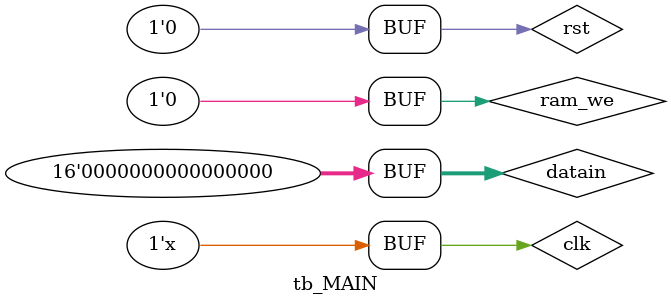
<source format=v>
`timescale 1ns / 1ps


module tb_MAIN(

    );
    reg clk;
    reg rst;
    reg ram_we=0;
    reg[15:0] datain=0;
    
    wire [2:0]selA;
    wire [2:0]selB;
    wire [2:0]selD;
    wire[15:0] dataA;
    wire[15:0] dataB;
    wire[15:0] dataD;
    wire[4:0] aluop;
    wire[7:0] imm;
    wire [15:0] dataout;
    wire [1:0] opcode;
    wire [15:0] o_pc;
    
    wire shdbranch;
    wire enfetch;
    wire enalu;
    wire endec;
    wire enmem;
    wire enrgrd;
    wire enrgwr;
    wire regwe;
    wire update;
    
    assign enrgwr= update & regwe;
    assign opcode =((rst)? 2'b11:((shdbranch)?2'b10:((enalu)? 2'b01:2'b00)));
    
  REG_FILE main_reg(
   clk,enrgrd,
   enrgwr,
  selA,
 selB,
 selD,
 dataD,

 dataA,
 dataB 
    
    );
    
   INSTRUCTION_DECODER main_instr(
    dataout,
 clk,endec,
  aluop,
 selA,
 selB,
  selD,
  imm,
  regwe
 ) ;
 ALU main_alu(
     enalu,clk,
 aluop,
 dataA,
 dataB,
  imm,
 dataD,
 shdbranch
);

CU main_cu(
 clk,
 rst,
 enfetch,endec,enrgrd,enalu,update,enmem
);

PROGRAM_COUNTER main_pc(
 clk,
 opcode,
 dataD,
 o_pc
);

RAM main_ram(
  clk,
     ram_we,
     o_pc,
     datain,
     dataout
    );
    
    initial begin
    clk=0;
    rst=1;
    #20
    rst=0;
    
   end 
   always #5 clk=~clk;
endmodule

</source>
